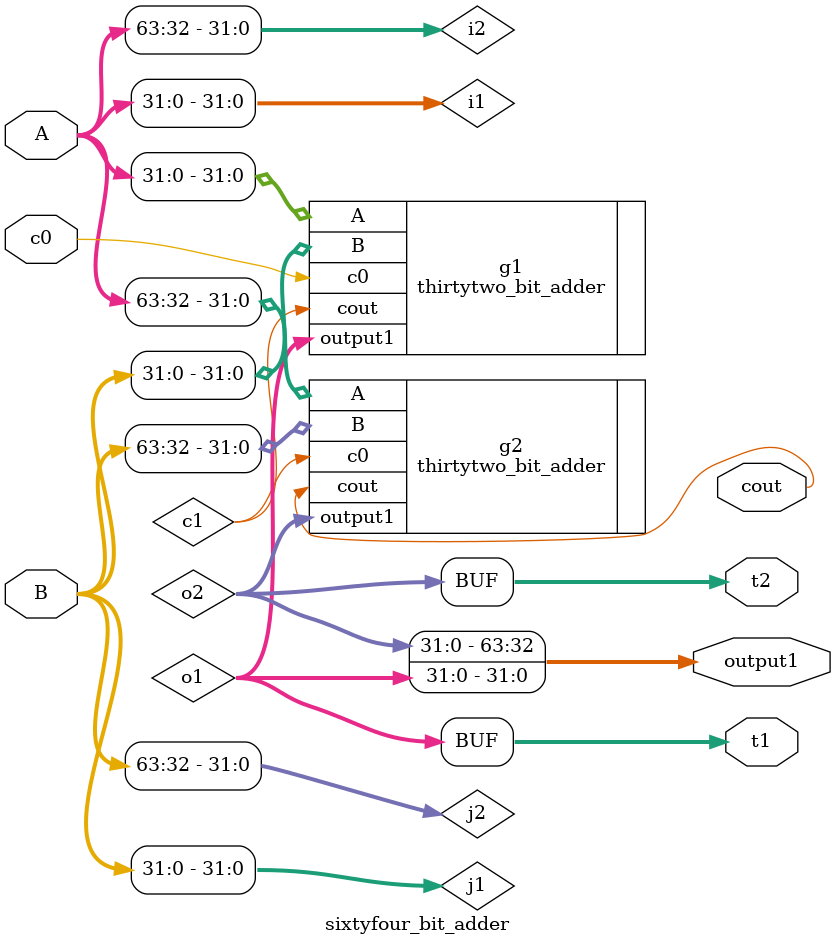
<source format=v>
`timescale 1ns / 1ps


module sixtyfour_bit_adder(

    input [63:0] A,
    input [63:0] B,
    input c0,
    output [63:0] output1,
    output cout,
    output [31:0] t1,
    output [31:0] t2
    
    );
    
    wire [31:0] i1, i2, j1, j2, o1, o2;
    wire c1;
    
    assign i1 = A[31:0];
    assign i2 = A[63:32];
    assign j1 = B[31:0];
    assign j2 = B[63:32];
    
    
    thirtytwo_bit_adder g1(.A(i1), .B(j1), .c0(c0), .output1(o1), .cout(c1));
    thirtytwo_bit_adder g2(.A(i2), .B(j2), .c0(c1), .output1(o2), .cout(cout));
     
    assign output1[31:0] = o1;
    assign output1[63:32] = o2;
    
    assign t1 = o1;
    assign t2 = o2;
    
    
    
    
endmodule
</source>
